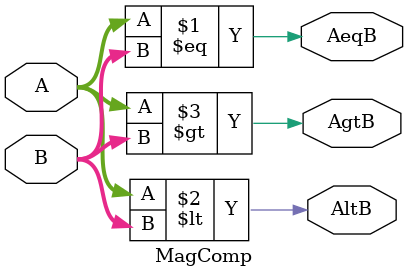
<source format=v>
module command_decode
#(parameter OP_WIDTH = 32)
(
    input [31:0] command,
    output [6:0] func7,
    output [6:0] opcode,
    output [4:0] rs2, rs1,
    output [2:0] func3,
    output [31:0] imm_I,
    output [31:0] imm_S,
    output [31:0] imm_U,
    output [31:0] imm_B,
    output [31:0] imm_J,
    output [4:0] rd 
);

    assign func7 = command[31:25];
    assign rs2 = command[24:20];
    assign rs1 = command[19:15];
    assign opcode = command[6:0];
    assign func3 = command[14:12];
    assign rd = command[11:7];
    assign imm_I = {{20{command[31]}}, command[31:20]};
    assign imm_S = {{20{command[31]}}, command[31:25], command[11:7]};
    assign imm_U = {command[31:12], 12'b0};
    assign imm_B = {{20{command[31]}}, command[7], command[30:25], command[11:8], 1'b0};
    assign imm_J = {{12{command[31]}}, command[19:12], command[20], command[30:21], 1'b0};

endmodule

module bra_cond
(input Zero, Less,
input [2:0] Branch, 
output reg PCAsrc, PCBsrc);
    always @(*) begin
            case (Branch)
            // No branch or JAL (000)
            3'b000: begin
                PCAsrc = 1'b0;
                PCBsrc = 1'b0;
            end
            
            // JAL (001)
            3'b001: begin
                PCAsrc = 1'b1;
                PCBsrc = 1'b0;

            end
            
            // JALR (010)
            3'b010: begin
                PCAsrc = 1'b1;
                PCBsrc = 1'b1;

            end
            
            // BEQ (100)
            3'b100: begin
                if (Zero) begin
                    PCAsrc = 1'b1;
                    PCBsrc = 1'b0;
        
                end
                else begin
                    PCAsrc = 1'b0;
                    PCBsrc = 1'b0;
    
                end
            end
            
            // BNE (101)
            3'b101: begin
                if (!Zero) begin
                    PCAsrc = 1'b1;
                    PCBsrc = 1'b0;
        
                end
                else begin
                    PCAsrc = 1'b0;
                    PCBsrc = 1'b0;

                end
            end
            
            // BLT/BLTU (110)
            3'b110: begin
                if (Less) begin
                    PCAsrc = 1'b1;
                    PCBsrc = 1'b0;

                end
                else begin
                    PCAsrc = 1'b0;
                    PCBsrc = 1'b0;

                end
            end
            
            // BGE/BGEU (111)
            3'b111: begin
                if (!Less) begin
                    PCAsrc = 1'b1;
                    PCBsrc = 1'b0;

                end
                else begin
                    PCAsrc = 1'b0;
                    PCBsrc = 1'b0;
        
                end
            end
            default: begin
                PCAsrc = 1'b0;
                PCBsrc = 1'b0;

            end
        endcase
    end
endmodule

module Alu_Adder
#(parameter WIDTH = 4)(
    input cin,
    input [WIDTH-1:0] A, B, 
    output [WIDTH-1:0]sum,
    output cout,
    output overflow,
    output zero
);
    wire [WIDTH-1:0] cin_extend, B_xor;
    assign cin_extend = {WIDTH{cin}};
    assign B_xor = (cin_extend^B) + cin;
    assign {cout, sum} = A + B_xor;
    assign overflow = (A[WIDTH-1] == B_xor[WIDTH-1]) 
    && (sum[WIDTH-1] != A[WIDTH-1]) ;
    assign zero = ~(| sum);

endmodule

module Adder
#(parameter WIDTH = 4)(
    input cin,
    input [WIDTH-1:0] A, B, 
    output [WIDTH-1:0]sum,
    output cout
);
    assign {cout, sum} = A+B+cin;

endmodule

module barrelshifterleft
#(parameter WIDTH = 4,
            B = $clog2(WIDTH))
(input [WIDTH-1:0] V,
input [B-1:0] by,
output [WIDTH-1:0] S);

    assign S = V << by;

endmodule



module barrelshifterright
#(parameter WIDTH = 4,
            B = $clog2(WIDTH))
(input [WIDTH-1:0] V,
input [B-1:0] by,
output [WIDTH-1:0] S);

    assign S = $signed(V) >> by;

endmodule

module logical_barrelshifterright
#(parameter WIDTH = 4,
            B = $clog2(WIDTH))
(input [WIDTH-1:0] V,
input [B-1:0] by,
output [WIDTH-1:0] S);

    assign S = $signed(V) >>> by;

endmodule

//2to1 mux for 7 bits
module Mux2to1
#(parameter WIDTH = 8)
(
    input sel, 
    input [WIDTH -1:0]I0, I1,
    output [WIDTH-1:0]Y);
    //Choose input based on S

    reg [WIDTH-1:0]val;
    assign Y = val;
    always @* begin
        if(sel)
            val = I1;
        else
            val = I0;
    end

endmodule


module Mux4to1
#(parameter WIDTH = 8)
(input [1:0] sel, 
    input [WIDTH -1:0]I0, I1, I2, I3,
    output [WIDTH-1:0]Y);

    reg [WIDTH-1:0] val;
    assign Y = val;
    always @* begin
        case(sel)
            2'd0: begin
                val = I0;
            end
            2'd1: begin
                val = I1;
            end
            2'd2: begin
                val = I2;
            end
            2'd3: begin
                val = I3;
            end
        endcase
    end

endmodule

//magnitude comparator
module MagComp
#(parameter WIDTH = 8)
(
    input [WIDTH-1:0]A, B,
    output AltB, AeqB, AgtB);

    assign AeqB = (A == B);
    assign AltB = (A < B);
    assign AgtB = (A > B);
endmodule
</source>
